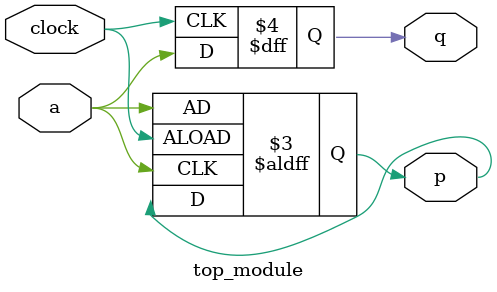
<source format=sv>
module top_module (
  input clock,
  input a, 
  output reg p,
  output reg q
);

always @(posedge clock) begin
  q <= a;
end

always @(posedge clock or negedge a) begin
  if (clock) begin
    p <= a;
  end
end

endmodule

</source>
